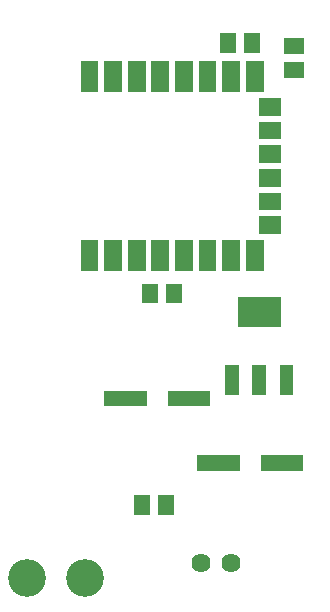
<source format=gts>
G04 Layer: TopSolderMaskLayer*
G04 EasyEDA v6.4.25, 2023-10-22T17:26:54+05:00*
G04 a018637cff68459b90fd6ed0888e4960,10*
G04 Gerber Generator version 0.2*
G04 Scale: 100 percent, Rotated: No, Reflected: No *
G04 Dimensions in millimeters *
G04 leading zeros omitted , absolute positions ,4 integer and 5 decimal *
%FSLAX45Y45*%
%MOMM*%

%ADD22C,1.6240*%
%ADD23C,3.2032*%

%LPD*%
D22*
G01*
X2743202Y9042397D03*
G01*
X2997202Y9042397D03*
D23*
G01*
X1765300Y8915400D03*
G01*
X1270000Y8915400D03*
G36*
X3448050Y13355828D02*
G01*
X3448050Y13491971D01*
X3613150Y13491971D01*
X3613150Y13355828D01*
G37*
G36*
X3448050Y13152628D02*
G01*
X3448050Y13288771D01*
X3613150Y13288771D01*
X3613150Y13152628D01*
G37*
G36*
X2383027Y9455150D02*
G01*
X2383027Y9620250D01*
X2519172Y9620250D01*
X2519172Y9455150D01*
G37*
G36*
X2179827Y9455150D02*
G01*
X2179827Y9620250D01*
X2315972Y9620250D01*
X2315972Y9455150D01*
G37*
G36*
X2903727Y13366750D02*
G01*
X2903727Y13531850D01*
X3039872Y13531850D01*
X3039872Y13366750D01*
G37*
G36*
X3106927Y13366750D02*
G01*
X3106927Y13531850D01*
X3243072Y13531850D01*
X3243072Y13366750D01*
G37*
G36*
X2243327Y11245850D02*
G01*
X2243327Y11410950D01*
X2379472Y11410950D01*
X2379472Y11245850D01*
G37*
G36*
X2446527Y11245850D02*
G01*
X2446527Y11410950D01*
X2582672Y11410950D01*
X2582672Y11245850D01*
G37*
G36*
X1725168Y13032994D02*
G01*
X1725168Y13293089D01*
X1875536Y13293089D01*
X1875536Y13032994D01*
G37*
G36*
X1925320Y13032739D02*
G01*
X1925320Y13293089D01*
X2075434Y13293089D01*
X2075434Y13032739D01*
G37*
G36*
X2125218Y13032994D02*
G01*
X2125218Y13293089D01*
X2275331Y13293089D01*
X2275331Y13032994D01*
G37*
G36*
X2325370Y13032739D02*
G01*
X2325370Y13293089D01*
X2475484Y13293089D01*
X2475484Y13032739D01*
G37*
G36*
X2525268Y13032994D02*
G01*
X2525268Y13293089D01*
X2675381Y13293089D01*
X2675381Y13032994D01*
G37*
G36*
X2725165Y13032994D02*
G01*
X2725165Y13293089D01*
X2875534Y13293089D01*
X2875534Y13032994D01*
G37*
G36*
X2925318Y13032739D02*
G01*
X2925318Y13293089D01*
X3075431Y13293089D01*
X3075431Y13032739D01*
G37*
G36*
X3125215Y13032739D02*
G01*
X3125215Y13292836D01*
X3275329Y13292836D01*
X3275329Y13032739D01*
G37*
G36*
X3240277Y12832587D02*
G01*
X3240277Y12982702D01*
X3420618Y12982702D01*
X3420618Y12832587D01*
G37*
G36*
X3240277Y12632436D02*
G01*
X3240277Y12782550D01*
X3420363Y12782550D01*
X3420363Y12632436D01*
G37*
G36*
X3240277Y12432537D02*
G01*
X3240277Y12582652D01*
X3420363Y12582652D01*
X3420363Y12432537D01*
G37*
G36*
X3240277Y12232386D02*
G01*
X3240277Y12382754D01*
X3420363Y12382754D01*
X3420363Y12232386D01*
G37*
G36*
X3240277Y12032742D02*
G01*
X3240277Y12182855D01*
X3420363Y12182855D01*
X3420363Y12032742D01*
G37*
G36*
X3240277Y11832844D02*
G01*
X3240277Y11982958D01*
X3420618Y11982958D01*
X3420618Y11832844D01*
G37*
G36*
X3125215Y11522710D02*
G01*
X3125215Y11782805D01*
X3275329Y11782805D01*
X3275329Y11522710D01*
G37*
G36*
X2925318Y11522710D02*
G01*
X2925318Y11782805D01*
X3075431Y11782805D01*
X3075431Y11522710D01*
G37*
G36*
X2725165Y11522710D02*
G01*
X2725165Y11782805D01*
X2875534Y11782805D01*
X2875534Y11522710D01*
G37*
G36*
X2525268Y11522710D02*
G01*
X2525268Y11782805D01*
X2675381Y11782805D01*
X2675381Y11522710D01*
G37*
G36*
X2325370Y11522710D02*
G01*
X2325370Y11782805D01*
X2475484Y11782805D01*
X2475484Y11522710D01*
G37*
G36*
X2125218Y11522710D02*
G01*
X2125218Y11782805D01*
X2275331Y11782805D01*
X2275331Y11522710D01*
G37*
G36*
X1925320Y11522710D02*
G01*
X1925320Y11782805D01*
X2075434Y11782805D01*
X2075434Y11522710D01*
G37*
G36*
X1725168Y11522710D02*
G01*
X1725168Y11782805D01*
X1875536Y11782805D01*
X1875536Y11522710D01*
G37*
G36*
X2950972Y10469879D02*
G01*
X2950972Y10726420D01*
X3066034Y10726420D01*
X3066034Y10469879D01*
G37*
G36*
X3180841Y10469879D02*
G01*
X3180841Y10726420D01*
X3296158Y10726420D01*
X3296158Y10469879D01*
G37*
G36*
X3410965Y10469879D02*
G01*
X3410965Y10726420D01*
X3526027Y10726420D01*
X3526027Y10469879D01*
G37*
G36*
X3056381Y11041379D02*
G01*
X3056381Y11297920D01*
X3420618Y11297920D01*
X3420618Y11041379D01*
G37*
G36*
X2715259Y9828276D02*
G01*
X2715259Y9958324D01*
X3075431Y9958324D01*
X3075431Y9828276D01*
G37*
G36*
X3249168Y9828276D02*
G01*
X3249168Y9958324D01*
X3609340Y9958324D01*
X3609340Y9828276D01*
G37*
G36*
X2461768Y10374376D02*
G01*
X2461768Y10504424D01*
X2821940Y10504424D01*
X2821940Y10374376D01*
G37*
G36*
X1927860Y10374376D02*
G01*
X1927860Y10504424D01*
X2288031Y10504424D01*
X2288031Y10374376D01*
G37*
M02*

</source>
